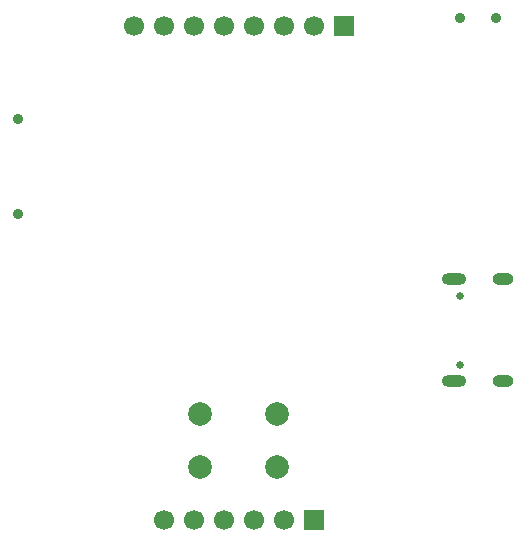
<source format=gbr>
%TF.GenerationSoftware,KiCad,Pcbnew,9.0.1*%
%TF.CreationDate,2025-09-05T18:40:03+02:00*%
%TF.ProjectId,cartouche v1,63617274-6f75-4636-9865-2076312e6b69,rev?*%
%TF.SameCoordinates,Original*%
%TF.FileFunction,Soldermask,Bot*%
%TF.FilePolarity,Negative*%
%FSLAX46Y46*%
G04 Gerber Fmt 4.6, Leading zero omitted, Abs format (unit mm)*
G04 Created by KiCad (PCBNEW 9.0.1) date 2025-09-05 18:40:03*
%MOMM*%
%LPD*%
G01*
G04 APERTURE LIST*
%ADD10C,0.650000*%
%ADD11O,2.100000X1.000000*%
%ADD12O,1.800000X1.000000*%
%ADD13C,0.900000*%
%ADD14C,2.000000*%
%ADD15R,1.700000X1.700000*%
%ADD16C,1.700000*%
G04 APERTURE END LIST*
D10*
%TO.C,USB-C*%
X168985000Y-109940000D03*
X168985000Y-104160000D03*
D11*
X168485000Y-111370000D03*
D12*
X172665000Y-111370000D03*
D11*
X168485000Y-102730000D03*
D12*
X172665000Y-102730000D03*
%TD*%
D13*
%TO.C,switch_ON/OFF*%
X172050000Y-80600000D03*
X169050000Y-80600000D03*
%TD*%
%TO.C,MicroSD*%
X131587500Y-97150000D03*
X131587500Y-89150000D03*
%TD*%
D14*
%TO.C,S1*%
X147024999Y-114150000D03*
X153524999Y-114150000D03*
X147024999Y-118650000D03*
X153524999Y-118650000D03*
%TD*%
D15*
%TO.C,SCREEN*%
X159164999Y-81300000D03*
D16*
X156624999Y-81300000D03*
X154084999Y-81300000D03*
X151544999Y-81300000D03*
X149004999Y-81300000D03*
X146464999Y-81300000D03*
X143924999Y-81300000D03*
X141384999Y-81300000D03*
%TD*%
D15*
%TO.C,J2*%
X156624999Y-123100000D03*
D16*
X154084999Y-123100000D03*
X151544999Y-123100000D03*
X149004999Y-123100000D03*
X146464999Y-123100000D03*
X143924999Y-123100000D03*
%TD*%
M02*

</source>
